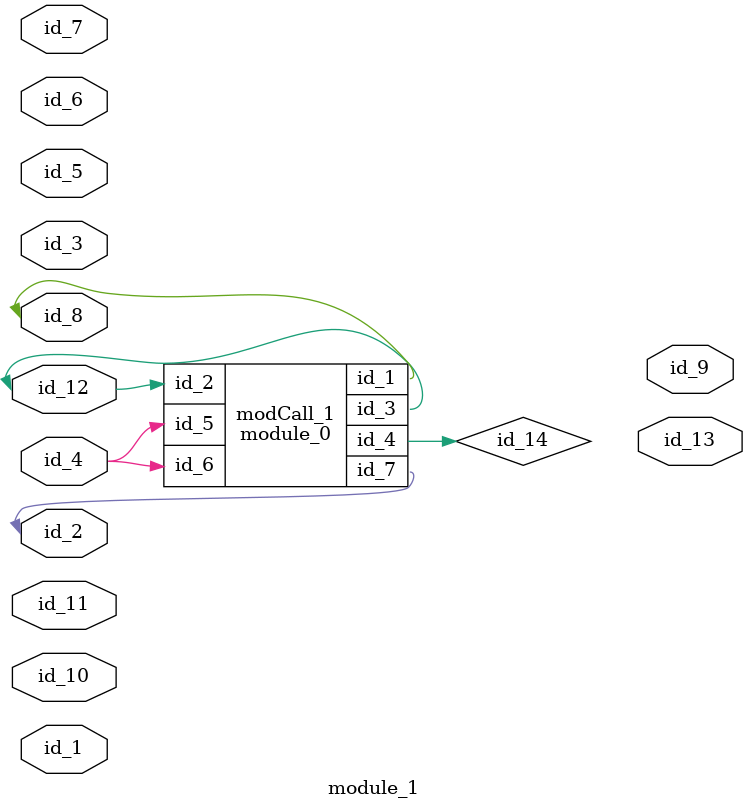
<source format=v>
module module_0 (
    id_1,
    id_2,
    id_3,
    id_4,
    id_5,
    id_6,
    id_7
);
  output wire id_7;
  input wire id_6;
  input wire id_5;
  inout wire id_4;
  output wire id_3;
  input wire id_2;
  output wire id_1;
  parameter id_8 = 1;
endmodule
module module_1 (
    id_1,
    id_2,
    id_3,
    id_4,
    id_5,
    id_6,
    id_7,
    id_8,
    id_9,
    id_10,
    id_11,
    id_12,
    id_13
);
  output wire id_13;
  inout wire id_12;
  input wire id_11;
  inout wire id_10;
  output wire id_9;
  inout wire id_8;
  input wire id_7;
  input wire id_6;
  inout wire id_5;
  input wire id_4;
  input wire id_3;
  inout wire id_2;
  input wire id_1;
  wire id_14;
  wire id_15;
  module_0 modCall_1 (
      id_8,
      id_12,
      id_12,
      id_14,
      id_4,
      id_4,
      id_2
  );
endmodule

</source>
